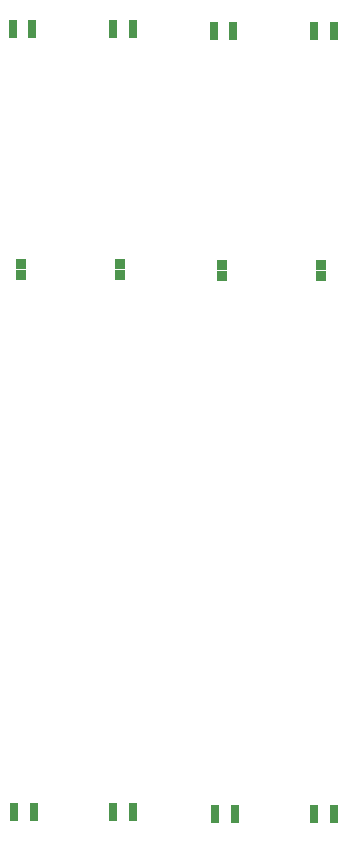
<source format=gbr>
G04 DesignSpark PCB Gerber Version 11.0 Build 5877*
G04 #@! TF.Part,Single*
G04 #@! TF.FileFunction,Soldermask,Top*
G04 #@! TF.FilePolarity,Negative*
%FSLAX35Y35*%
%MOIN*%
G04 #@! TA.AperFunction,SMDPad,CuDef*
%ADD73R,0.02870X0.02181*%
%ADD74R,0.03441X0.03362*%
G04 #@! TD.AperFunction*
X0Y0D02*
D02*
D73*
X8919Y266362D03*
Y268331D03*
Y270299D03*
X9419Y5362D03*
Y7331D03*
Y9299D03*
X15518Y266362D03*
Y268331D03*
Y270299D03*
X16018Y5362D03*
Y7331D03*
Y9299D03*
X42451Y5362D03*
Y7331D03*
Y9299D03*
Y266362D03*
Y268331D03*
Y270299D03*
X49049Y5362D03*
Y7331D03*
Y9299D03*
Y266362D03*
Y268331D03*
Y270299D03*
X75951Y265862D03*
Y267831D03*
Y269799D03*
X76451Y4862D03*
Y6831D03*
Y8799D03*
X82549Y265862D03*
Y267831D03*
Y269799D03*
X83049Y4862D03*
Y6831D03*
Y8799D03*
X109482Y4862D03*
Y6831D03*
Y8799D03*
Y265862D03*
Y267831D03*
Y269799D03*
X116081Y4862D03*
Y6831D03*
Y8799D03*
Y265862D03*
Y267831D03*
Y269799D03*
D02*
D74*
X11719Y186520D03*
Y190142D03*
X44750Y186520D03*
Y190142D03*
X78750Y186020D03*
Y189642D03*
X111781Y186020D03*
Y189642D03*
X0Y0D02*
M02*

</source>
